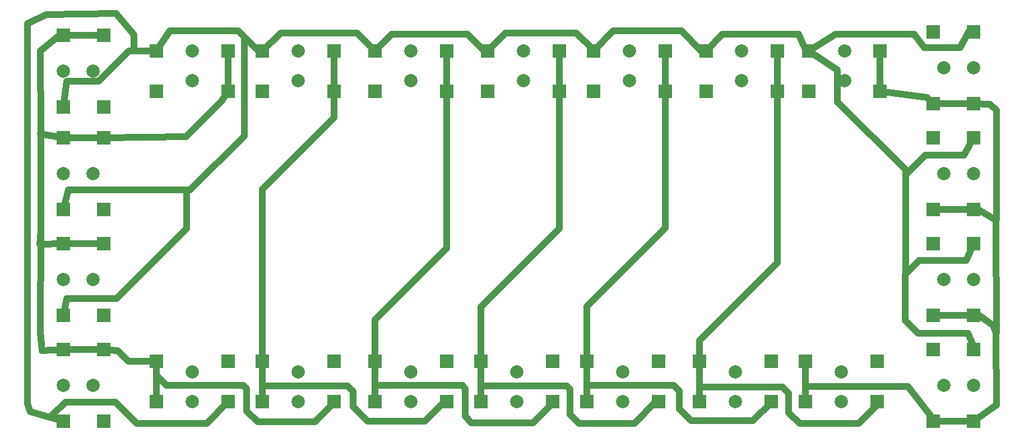
<source format=gtl>
G04 (created by PCBNEW (2013-08-24 BZR 4298)-stable) date Sat 01 Feb 2014 01:44:32 PM PST*
%MOIN*%
G04 Gerber Fmt 3.4, Leading zero omitted, Abs format*
%FSLAX34Y34*%
G01*
G70*
G90*
G04 APERTURE LIST*
%ADD10C,0.005906*%
%ADD11C,0.078700*%
%ADD12R,0.078700X0.078700*%
%ADD13C,0.039370*%
G04 APERTURE END LIST*
G54D10*
G54D11*
X26771Y-42913D03*
G54D12*
X24999Y-40783D03*
X27401Y-40783D03*
X24999Y-45045D03*
X27401Y-45045D03*
G54D11*
X24999Y-42913D03*
X26771Y-30511D03*
G54D12*
X24999Y-28381D03*
X27401Y-28381D03*
X24999Y-32643D03*
X27401Y-32643D03*
G54D11*
X24999Y-30511D03*
X32677Y-31102D03*
G54D12*
X34807Y-29330D03*
X34807Y-31732D03*
X30545Y-29330D03*
X30545Y-31732D03*
G54D11*
X32677Y-29330D03*
X26771Y-36614D03*
G54D12*
X24999Y-34484D03*
X27401Y-34484D03*
X24999Y-38746D03*
X27401Y-38746D03*
G54D11*
X24999Y-36614D03*
X26771Y-49212D03*
G54D12*
X24999Y-47082D03*
X27401Y-47082D03*
X24999Y-51344D03*
X27401Y-51344D03*
G54D11*
X24999Y-49212D03*
X64960Y-48424D03*
G54D12*
X62830Y-50196D03*
X62830Y-47794D03*
X67092Y-50196D03*
X67092Y-47794D03*
G54D11*
X64960Y-50196D03*
X77361Y-49212D03*
G54D12*
X79133Y-51342D03*
X76731Y-51342D03*
X79133Y-47080D03*
X76731Y-47080D03*
G54D11*
X79133Y-49212D03*
X77361Y-42913D03*
G54D12*
X79133Y-45043D03*
X76731Y-45043D03*
X79133Y-40781D03*
X76731Y-40781D03*
G54D11*
X79133Y-42913D03*
X38976Y-31102D03*
G54D12*
X41106Y-29330D03*
X41106Y-31732D03*
X36844Y-29330D03*
X36844Y-31732D03*
G54D11*
X38976Y-29330D03*
X77361Y-36614D03*
G54D12*
X79133Y-38744D03*
X76731Y-38744D03*
X79133Y-34482D03*
X76731Y-34482D03*
G54D11*
X79133Y-36614D03*
X77361Y-30314D03*
G54D12*
X79133Y-32444D03*
X76731Y-32444D03*
X79133Y-28182D03*
X76731Y-28182D03*
G54D11*
X79133Y-30314D03*
X32677Y-48424D03*
G54D12*
X30547Y-50196D03*
X30547Y-47794D03*
X34809Y-50196D03*
X34809Y-47794D03*
G54D11*
X32677Y-50196D03*
X38976Y-48424D03*
G54D12*
X36846Y-50196D03*
X36846Y-47794D03*
X41108Y-50196D03*
X41108Y-47794D03*
G54D11*
X38976Y-50196D03*
X71259Y-48424D03*
G54D12*
X69129Y-50196D03*
X69129Y-47794D03*
X73391Y-50196D03*
X73391Y-47794D03*
G54D11*
X71259Y-50196D03*
X58661Y-31102D03*
G54D12*
X60791Y-29330D03*
X60791Y-31732D03*
X56529Y-29330D03*
X56529Y-31732D03*
G54D11*
X58661Y-29330D03*
X58267Y-48424D03*
G54D12*
X56137Y-50196D03*
X56137Y-47794D03*
X60399Y-50196D03*
X60399Y-47794D03*
G54D11*
X58267Y-50196D03*
X51968Y-48424D03*
G54D12*
X49838Y-50196D03*
X49838Y-47794D03*
X54100Y-50196D03*
X54100Y-47794D03*
G54D11*
X51968Y-50196D03*
X52362Y-31102D03*
G54D12*
X54492Y-29330D03*
X54492Y-31732D03*
X50230Y-29330D03*
X50230Y-31732D03*
G54D11*
X52362Y-29330D03*
X45669Y-48424D03*
G54D12*
X43539Y-50196D03*
X43539Y-47794D03*
X47801Y-50196D03*
X47801Y-47794D03*
G54D11*
X45669Y-50196D03*
X45669Y-31102D03*
G54D12*
X47799Y-29330D03*
X47799Y-31732D03*
X43537Y-29330D03*
X43537Y-31732D03*
G54D11*
X45669Y-29330D03*
X71456Y-31102D03*
G54D12*
X73586Y-29330D03*
X73586Y-31732D03*
X69324Y-29330D03*
X69324Y-31732D03*
G54D11*
X71456Y-29330D03*
X65354Y-31102D03*
G54D12*
X67484Y-29330D03*
X67484Y-31732D03*
X63222Y-29330D03*
X63222Y-31732D03*
G54D11*
X65354Y-29330D03*
G54D13*
X23031Y-50787D02*
X24999Y-51344D01*
X22885Y-50326D02*
X23031Y-50787D01*
X22885Y-27681D02*
X22885Y-50326D01*
X24015Y-27165D02*
X22885Y-27681D01*
X28145Y-27098D02*
X24015Y-27165D01*
X29200Y-28350D02*
X28145Y-27098D01*
X25214Y-44066D02*
X24999Y-45045D01*
X28173Y-44066D02*
X25214Y-44066D01*
X25293Y-37590D02*
X24999Y-38746D01*
X32338Y-37590D02*
X25293Y-37590D01*
X24999Y-51344D02*
X24350Y-51003D01*
X24350Y-51003D02*
X25129Y-50224D01*
X25129Y-50224D02*
X28106Y-50224D01*
X29200Y-29330D02*
X29200Y-28350D01*
X32338Y-37590D02*
X32338Y-39901D01*
X32338Y-39901D02*
X28173Y-44066D01*
X35759Y-28500D02*
X35759Y-34381D01*
X32551Y-37590D02*
X32338Y-37590D01*
X35759Y-34381D02*
X32551Y-37590D01*
X75110Y-36854D02*
X75110Y-36401D01*
X71051Y-30466D02*
X69324Y-29330D01*
X71051Y-32342D02*
X71051Y-30466D01*
X75110Y-36401D02*
X71051Y-32342D01*
X75110Y-42594D02*
X75110Y-36854D01*
X75110Y-36854D02*
X75110Y-36677D01*
X78572Y-35523D02*
X79133Y-34482D01*
X76263Y-35523D02*
X78572Y-35523D01*
X75110Y-36677D02*
X76263Y-35523D01*
X79133Y-47080D02*
X79133Y-46897D01*
X78714Y-41791D02*
X79133Y-40781D01*
X75913Y-41791D02*
X78714Y-41791D01*
X75074Y-42629D02*
X75110Y-42594D01*
X75110Y-42594D02*
X75913Y-41791D01*
X75074Y-45358D02*
X75074Y-42629D01*
X75846Y-46129D02*
X75074Y-45358D01*
X78818Y-46129D02*
X75846Y-46129D01*
X79133Y-46897D02*
X78818Y-46129D01*
X30545Y-29330D02*
X29200Y-29330D01*
X29200Y-29330D02*
X28917Y-29330D01*
X25214Y-31141D02*
X24999Y-32643D01*
X27106Y-31141D02*
X25214Y-31141D01*
X28917Y-29330D02*
X27106Y-31141D01*
X36844Y-29330D02*
X36590Y-29330D01*
X31340Y-28141D02*
X30545Y-29330D01*
X35401Y-28141D02*
X31340Y-28141D01*
X36590Y-29330D02*
X35759Y-28500D01*
X35759Y-28500D02*
X35401Y-28141D01*
X43537Y-29330D02*
X43537Y-29324D01*
X37927Y-28248D02*
X36844Y-29330D01*
X42460Y-28248D02*
X37927Y-28248D01*
X43537Y-29324D02*
X42460Y-28248D01*
X50230Y-29330D02*
X50051Y-29330D01*
X44552Y-28314D02*
X43537Y-29330D01*
X49035Y-28314D02*
X44552Y-28314D01*
X50051Y-29330D02*
X49035Y-28314D01*
X56529Y-29330D02*
X56529Y-29261D01*
X51316Y-28244D02*
X50230Y-29330D01*
X55511Y-28244D02*
X51316Y-28244D01*
X56529Y-29261D02*
X55511Y-28244D01*
X63222Y-29330D02*
X62948Y-29330D01*
X57718Y-28141D02*
X56529Y-29330D01*
X61759Y-28141D02*
X57718Y-28141D01*
X62948Y-29330D02*
X61759Y-28141D01*
X69324Y-29330D02*
X69157Y-29330D01*
X69157Y-29330D02*
X68751Y-28334D01*
X68751Y-28334D02*
X64218Y-28334D01*
X64218Y-28334D02*
X63222Y-29330D01*
X79133Y-28182D02*
X78852Y-28182D01*
X78852Y-28182D02*
X78342Y-29118D01*
X78342Y-29118D02*
X76200Y-29118D01*
X76200Y-29118D02*
X75598Y-28318D01*
X75598Y-28318D02*
X70927Y-28318D01*
X70927Y-28318D02*
X69324Y-29330D01*
X28106Y-50224D02*
X29366Y-51484D01*
X29366Y-51484D02*
X33521Y-51484D01*
X33521Y-51484D02*
X34809Y-50196D01*
X24999Y-47082D02*
X23751Y-47169D01*
X23622Y-46062D02*
X23669Y-40027D01*
X23751Y-47169D02*
X23622Y-46062D01*
X24999Y-40783D02*
X23590Y-40818D01*
X23590Y-40818D02*
X23669Y-40027D01*
X23669Y-40027D02*
X23669Y-34094D01*
X34807Y-31732D02*
X34413Y-32310D01*
X32303Y-34421D02*
X27401Y-34484D01*
X34413Y-32310D02*
X32303Y-34421D01*
X24999Y-28381D02*
X24759Y-28381D01*
X24759Y-28381D02*
X23622Y-29330D01*
X23622Y-29330D02*
X23669Y-34094D01*
X23622Y-34251D02*
X24999Y-34484D01*
X23669Y-34094D02*
X23622Y-34251D01*
X41108Y-50196D02*
X41108Y-50257D01*
X31125Y-49216D02*
X30547Y-48637D01*
X35700Y-49216D02*
X31125Y-49216D01*
X35893Y-49409D02*
X35700Y-49216D01*
X35893Y-50744D02*
X35893Y-49409D01*
X36555Y-51405D02*
X35893Y-50744D01*
X39960Y-51405D02*
X36555Y-51405D01*
X41108Y-50257D02*
X39960Y-51405D01*
X30547Y-47794D02*
X28873Y-47794D01*
X28247Y-47169D02*
X27401Y-47082D01*
X28873Y-47794D02*
X28247Y-47169D01*
X27401Y-47082D02*
X24999Y-47082D01*
X24999Y-40783D02*
X27401Y-40783D01*
X24999Y-34484D02*
X27401Y-34484D01*
X24999Y-28381D02*
X27401Y-28381D01*
X34807Y-29330D02*
X34807Y-31732D01*
X30547Y-50196D02*
X30547Y-48637D01*
X30547Y-48637D02*
X30547Y-47794D01*
X36846Y-47794D02*
X36846Y-37563D01*
X41106Y-33303D02*
X41106Y-31732D01*
X36846Y-37563D02*
X41106Y-33303D01*
X47801Y-50196D02*
X47665Y-50196D01*
X41909Y-49275D02*
X36846Y-49275D01*
X42240Y-49606D02*
X41909Y-49275D01*
X42240Y-50503D02*
X42240Y-49606D01*
X43110Y-51374D02*
X42240Y-50503D01*
X46488Y-51374D02*
X43110Y-51374D01*
X47665Y-50196D02*
X46488Y-51374D01*
X41106Y-29330D02*
X41106Y-31732D01*
X36846Y-50196D02*
X36846Y-49275D01*
X36846Y-49275D02*
X36846Y-47794D01*
X43539Y-47794D02*
X43539Y-45311D01*
X47799Y-41051D02*
X47799Y-31732D01*
X43539Y-45311D02*
X47799Y-41051D01*
X54100Y-50196D02*
X54100Y-50285D01*
X48724Y-49236D02*
X43539Y-49236D01*
X48913Y-49425D02*
X48724Y-49236D01*
X48913Y-51074D02*
X48913Y-49425D01*
X49287Y-51448D02*
X48913Y-51074D01*
X52937Y-51448D02*
X49287Y-51448D01*
X54100Y-50285D02*
X52937Y-51448D01*
X47799Y-29330D02*
X47799Y-31732D01*
X43539Y-50196D02*
X43539Y-49236D01*
X43539Y-49236D02*
X43539Y-47794D01*
X49838Y-47794D02*
X49838Y-44559D01*
X54492Y-39905D02*
X54492Y-31732D01*
X49838Y-44559D02*
X54492Y-39905D01*
X60399Y-50196D02*
X60244Y-50196D01*
X54933Y-49259D02*
X49838Y-49259D01*
X55133Y-49460D02*
X54933Y-49259D01*
X55133Y-50956D02*
X55133Y-49460D01*
X55657Y-51480D02*
X55133Y-50956D01*
X58960Y-51480D02*
X55657Y-51480D01*
X60244Y-50196D02*
X58960Y-51480D01*
X54492Y-29330D02*
X54492Y-31732D01*
X49838Y-50196D02*
X49838Y-49259D01*
X49838Y-49259D02*
X49838Y-47794D01*
X56137Y-47794D02*
X56137Y-44511D01*
X60791Y-39858D02*
X60791Y-31732D01*
X56137Y-44511D02*
X60791Y-39858D01*
X67092Y-50196D02*
X67092Y-50253D01*
X61314Y-49236D02*
X56137Y-49236D01*
X61645Y-49566D02*
X61314Y-49236D01*
X61645Y-50622D02*
X61645Y-49566D01*
X62350Y-51326D02*
X61645Y-50622D01*
X66019Y-51326D02*
X62350Y-51326D01*
X67092Y-50253D02*
X66019Y-51326D01*
X60791Y-29330D02*
X60791Y-31732D01*
X56137Y-50196D02*
X56137Y-49236D01*
X56137Y-49236D02*
X56137Y-47794D01*
X62830Y-47794D02*
X62830Y-46570D01*
X67484Y-41917D02*
X67484Y-31732D01*
X62830Y-46570D02*
X67484Y-41917D01*
X73391Y-50196D02*
X73391Y-50403D01*
X67779Y-49322D02*
X62830Y-49322D01*
X68133Y-49677D02*
X67779Y-49322D01*
X68133Y-50842D02*
X68133Y-49677D01*
X68795Y-51503D02*
X68133Y-50842D01*
X72291Y-51503D02*
X68795Y-51503D01*
X73391Y-50403D02*
X72291Y-51503D01*
X67484Y-29330D02*
X67484Y-31732D01*
X62830Y-50196D02*
X62830Y-49322D01*
X62830Y-49322D02*
X62830Y-47794D01*
X73586Y-31732D02*
X76385Y-32098D01*
X76385Y-32098D02*
X76731Y-32444D01*
X79133Y-32444D02*
X80118Y-32480D01*
X80511Y-39370D02*
X80476Y-39405D01*
X80511Y-32874D02*
X80511Y-39370D01*
X80118Y-32480D02*
X80511Y-32874D01*
X79133Y-38744D02*
X79401Y-38744D01*
X79401Y-38744D02*
X80476Y-39405D01*
X80492Y-46082D02*
X80476Y-46082D01*
X80476Y-39405D02*
X80492Y-46082D01*
X79133Y-45043D02*
X79476Y-45043D01*
X79476Y-45043D02*
X80314Y-45669D01*
X80314Y-45669D02*
X80476Y-46082D01*
X80511Y-50393D02*
X79133Y-51342D01*
X80476Y-46082D02*
X80511Y-50393D01*
X76731Y-51342D02*
X76731Y-51224D01*
X75240Y-49279D02*
X69129Y-49279D01*
X76731Y-51224D02*
X75240Y-49279D01*
X73586Y-29330D02*
X73586Y-31732D01*
X79133Y-32444D02*
X76731Y-32444D01*
X79133Y-38744D02*
X76731Y-38744D01*
X79133Y-45043D02*
X76731Y-45043D01*
X79133Y-51342D02*
X76731Y-51342D01*
X69129Y-50196D02*
X69129Y-49279D01*
X69129Y-49279D02*
X69129Y-47794D01*
M02*

</source>
